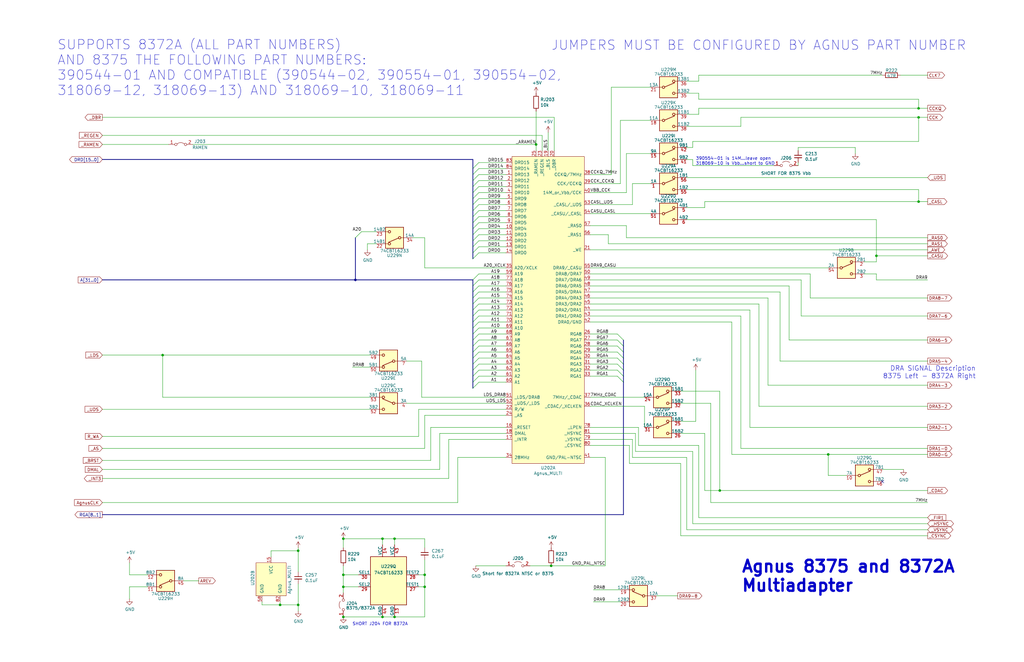
<source format=kicad_sch>
(kicad_sch (version 20231120) (generator "eeschema") (generator_version "8.0")
  (paper "B")
  (title_block (title "AMIGA PCI") (date "2025-01-10") (rev "5.0"))
  (junction (at 149.86 118.11))
  (junction (at 125.73 255.27))
  (junction (at 166.37 260.35))
  (junction (at 144.78 260.35))
  (junction (at 144.78 227.33))
  (junction (at 118.11 255.27))
  (junction (at 349.25 191.77))
  (junction (at 144.78 242.57))
  (junction (at 226.06 60.96))
  (junction (at 179.07 242.57))
  (junction (at 369.57 107.95))
  (junction (at 144.78 247.65))
  (junction (at 387.35 49.53))
  (junction (at 232.41 238.76))
  (junction (at 387.35 85.09))
  (junction (at 166.37 227.33))
  (junction (at 161.29 260.35))
  (junction (at 303.53 207.01))
  (junction (at 125.73 232.41))
  (junction (at 68.58 149.86))
  (junction (at 161.29 227.33))
  (junction (at 179.07 247.65))
  (junction (at 387.35 45.72))
  (no_connect (at 372.11 203.2))
  (bus_entry (at 201.93 86.36) (size -2.54 2.54))
  (bus_entry (at 201.93 68.58) (size -2.54 2.54))
  (bus_entry (at 260.35 146.05) (size 2.54 2.54))
  (bus_entry (at 201.93 78.74) (size -2.54 2.54))
  (bus_entry (at 201.93 128.27) (size -2.54 2.54))
  (bus_entry (at 201.93 156.21) (size -2.54 2.54))
  (bus_entry (at 201.93 123.19) (size -2.54 2.54))
  (bus_entry (at 260.35 151.13) (size 2.54 2.54))
  (bus_entry (at 260.35 140.97) (size 2.54 2.54))
  (bus_entry (at 260.35 143.51) (size 2.54 2.54))
  (bus_entry (at 201.93 118.11) (size -2.54 2.54))
  (bus_entry (at 260.35 156.21) (size 2.54 2.54))
  (bus_entry (at 260.35 158.75) (size 2.54 2.54))
  (bus_entry (at 201.93 133.35) (size -2.54 2.54))
  (bus_entry (at 201.93 161.29) (size -2.54 2.54))
  (bus_entry (at 201.93 120.65) (size -2.54 2.54))
  (bus_entry (at 201.93 158.75) (size -2.54 2.54))
  (bus_entry (at 201.93 138.43) (size -2.54 2.54))
  (bus_entry (at 201.93 148.59) (size -2.54 2.54))
  (bus_entry (at 201.93 106.68) (size -2.54 2.54))
  (bus_entry (at 201.93 101.6) (size -2.54 2.54))
  (bus_entry (at 201.93 71.12) (size -2.54 2.54))
  (bus_entry (at 201.93 76.2) (size -2.54 2.54))
  (bus_entry (at 201.93 96.52) (size -2.54 2.54))
  (bus_entry (at 201.93 130.81) (size -2.54 2.54))
  (bus_entry (at 201.93 115.57) (size -2.54 2.54))
  (bus_entry (at 201.93 104.14) (size -2.54 2.54))
  (bus_entry (at 201.93 151.13) (size -2.54 2.54))
  (bus_entry (at 201.93 73.66) (size -2.54 2.54))
  (bus_entry (at 201.93 140.97) (size -2.54 2.54))
  (bus_entry (at 201.93 81.28) (size -2.54 2.54))
  (bus_entry (at 260.35 153.67) (size 2.54 2.54))
  (bus_entry (at 260.35 148.59) (size 2.54 2.54))
  (bus_entry (at 201.93 99.06) (size -2.54 2.54))
  (bus_entry (at 152.4 97.79) (size -2.54 2.54))
  (bus_entry (at 201.93 146.05) (size -2.54 2.54))
  (bus_entry (at 201.93 83.82) (size -2.54 2.54))
  (bus_entry (at 201.93 91.44) (size -2.54 2.54))
  (bus_entry (at 201.93 143.51) (size -2.54 2.54))
  (bus_entry (at 201.93 153.67) (size -2.54 2.54))
  (bus_entry (at 201.93 125.73) (size -2.54 2.54))
  (bus_entry (at 201.93 135.89) (size -2.54 2.54))
  (bus_entry (at 201.93 88.9) (size -2.54 2.54))
  (bus_entry (at 201.93 93.98) (size -2.54 2.54))
  (wire (pts (xy 294.64 187.96) (xy 294.64 218.44)))
  (wire (pts (xy 179.07 189.23) (xy 43.18 189.23)))
  (wire (pts (xy 248.92 182.88) (xy 267.97 182.88)))
  (wire (pts (xy 179.07 247.65) (xy 179.07 242.57)))
  (wire (pts (xy 125.73 232.41) (xy 125.73 231.14)))
  (wire (pts (xy 177.8 152.4) (xy 171.45 152.4)))
  (bus (pts (xy 199.39 78.74) (xy 199.39 81.28)))
  (wire (pts (xy 248.92 125.73) (xy 323.85 125.73)))
  (wire (pts (xy 312.42 189.23) (xy 312.42 133.35)))
  (wire (pts (xy 54.61 247.65) (xy 54.61 252.73)))
  (wire (pts (xy 271.78 171.45) (xy 248.92 171.45)))
  (bus (pts (xy 199.39 96.52) (xy 199.39 99.06)))
  (wire (pts (xy 213.36 135.89) (xy 201.93 135.89)))
  (wire (pts (xy 257.81 73.66) (xy 257.81 36.83)))
  (wire (pts (xy 248.92 95.25) (xy 264.16 95.25)))
  (wire (pts (xy 176.53 242.57) (xy 179.07 242.57)))
  (wire (pts (xy 248.92 86.36) (xy 266.7 86.36)))
  (wire (pts (xy 213.36 99.06) (xy 201.93 99.06)))
  (wire (pts (xy 213.36 167.64) (xy 177.8 167.64)))
  (wire (pts (xy 114.3 232.41) (xy 114.3 234.95)))
  (wire (pts (xy 125.73 246.38) (xy 125.73 255.27)))
  (wire (pts (xy 114.3 232.41) (xy 125.73 232.41)))
  (wire (pts (xy 248.92 133.35) (xy 312.42 133.35)))
  (wire (pts (xy 213.36 153.67) (xy 201.93 153.67)))
  (wire (pts (xy 213.36 120.65) (xy 201.93 120.65)))
  (wire (pts (xy 323.85 162.56) (xy 391.16 162.56)))
  (wire (pts (xy 297.18 87.63) (xy 297.18 85.09)))
  (wire (pts (xy 166.37 229.87) (xy 166.37 227.33)))
  (wire (pts (xy 387.35 80.01) (xy 387.35 85.09)))
  (wire (pts (xy 213.36 68.58) (xy 201.93 68.58)))
  (bus (pts (xy 199.39 86.36) (xy 199.39 88.9)))
  (wire (pts (xy 213.36 118.11) (xy 201.93 118.11)))
  (wire (pts (xy 248.92 81.28) (xy 264.16 81.28)))
  (bus (pts (xy 199.39 158.75) (xy 199.39 161.29)))
  (wire (pts (xy 213.36 96.52) (xy 201.93 96.52)))
  (wire (pts (xy 179.07 227.33) (xy 166.37 227.33)))
  (bus (pts (xy 262.89 217.17) (xy 43.18 217.17)))
  (wire (pts (xy 271.78 180.34) (xy 271.78 171.45)))
  (wire (pts (xy 391.16 125.73) (xy 341.63 125.73)))
  (wire (pts (xy 213.36 172.72) (xy 176.53 172.72)))
  (wire (pts (xy 320.04 171.45) (xy 320.04 128.27)))
  (bus (pts (xy 199.39 106.68) (xy 199.39 109.22)))
  (wire (pts (xy 213.36 115.57) (xy 201.93 115.57)))
  (wire (pts (xy 332.74 120.65) (xy 332.74 143.51)))
  (wire (pts (xy 299.72 212.09) (xy 391.16 212.09)))
  (wire (pts (xy 144.78 260.35) (xy 161.29 260.35)))
  (wire (pts (xy 336.55 68.58) (xy 336.55 69.85)))
  (wire (pts (xy 269.24 187.96) (xy 294.64 187.96)))
  (wire (pts (xy 179.07 113.03) (xy 213.36 113.03)))
  (wire (pts (xy 248.92 135.89) (xy 308.61 135.89)))
  (wire (pts (xy 266.7 77.47) (xy 274.32 77.47)))
  (wire (pts (xy 391.16 189.23) (xy 312.42 189.23)))
  (wire (pts (xy 360.68 64.77) (xy 360.68 62.23)))
  (wire (pts (xy 248.92 90.17) (xy 274.32 90.17)))
  (wire (pts (xy 391.16 152.4) (xy 328.93 152.4)))
  (wire (pts (xy 151.13 247.65) (xy 144.78 247.65)))
  (wire (pts (xy 292.1 62.23) (xy 292.1 59.69)))
  (wire (pts (xy 294.64 31.75) (xy 372.11 31.75)))
  (wire (pts (xy 292.1 59.69) (xy 387.35 59.69)))
  (wire (pts (xy 369.57 118.11) (xy 391.16 118.11)))
  (wire (pts (xy 293.37 156.21) (xy 293.37 177.8)))
  (wire (pts (xy 248.92 128.27) (xy 320.04 128.27)))
  (wire (pts (xy 294.64 39.37) (xy 294.64 41.91)))
  (wire (pts (xy 387.35 59.69) (xy 387.35 49.53)))
  (wire (pts (xy 372.11 198.12) (xy 381 198.12)))
  (wire (pts (xy 189.23 201.93) (xy 43.18 201.93)))
  (wire (pts (xy 213.36 182.88) (xy 185.42 182.88)))
  (wire (pts (xy 326.39 69.85) (xy 292.1 69.85)))
  (wire (pts (xy 176.53 172.72) (xy 176.53 184.15)))
  (wire (pts (xy 248.92 143.51) (xy 260.35 143.51)))
  (wire (pts (xy 387.35 45.72) (xy 391.16 45.72)))
  (wire (pts (xy 248.92 185.42) (xy 266.7 185.42)))
  (wire (pts (xy 181.61 194.31) (xy 43.18 194.31)))
  (wire (pts (xy 233.68 63.5) (xy 233.68 49.53)))
  (wire (pts (xy 161.29 227.33) (xy 144.78 227.33)))
  (wire (pts (xy 303.53 207.01) (xy 297.18 207.01)))
  (wire (pts (xy 213.36 93.98) (xy 201.93 93.98)))
  (wire (pts (xy 248.92 167.64) (xy 271.78 167.64)))
  (wire (pts (xy 294.64 48.26) (xy 294.64 45.72)))
  (wire (pts (xy 77.47 245.11) (xy 83.82 245.11)))
  (bus (pts (xy 199.39 156.21) (xy 199.39 158.75)))
  (wire (pts (xy 255.27 238.76) (xy 232.41 238.76)))
  (wire (pts (xy 181.61 180.34) (xy 181.61 194.31)))
  (wire (pts (xy 110.49 255.27) (xy 110.49 254)))
  (wire (pts (xy 287.02 170.18) (xy 299.72 170.18)))
  (wire (pts (xy 266.7 185.42) (xy 266.7 193.04)))
  (wire (pts (xy 161.29 227.33) (xy 161.29 229.87)))
  (wire (pts (xy 213.36 185.42) (xy 189.23 185.42)))
  (wire (pts (xy 213.36 175.26) (xy 179.07 175.26)))
  (wire (pts (xy 248.92 180.34) (xy 269.24 180.34)))
  (wire (pts (xy 213.36 148.59) (xy 201.93 148.59)))
  (wire (pts (xy 213.36 193.04) (xy 193.04 193.04)))
  (wire (pts (xy 369.57 115.57) (xy 369.57 118.11)))
  (bus (pts (xy 262.89 156.21) (xy 262.89 158.75)))
  (wire (pts (xy 364.49 110.49) (xy 369.57 110.49)))
  (wire (pts (xy 179.07 175.26) (xy 179.07 189.23)))
  (wire (pts (xy 289.56 34.29) (xy 294.64 34.29)))
  (wire (pts (xy 144.78 227.33) (xy 144.78 231.14)))
  (bus (pts (xy 199.39 88.9) (xy 199.39 91.44)))
  (wire (pts (xy 144.78 247.65) (xy 144.78 250.19)))
  (wire (pts (xy 54.61 237.49) (xy 54.61 242.57)))
  (bus (pts (xy 199.39 101.6) (xy 199.39 104.14)))
  (wire (pts (xy 266.7 193.04) (xy 289.56 193.04)))
  (wire (pts (xy 248.92 77.47) (xy 261.62 77.47)))
  (wire (pts (xy 213.36 130.81) (xy 201.93 130.81)))
  (wire (pts (xy 173.99 100.33) (xy 179.07 100.33)))
  (wire (pts (xy 248.92 148.59) (xy 260.35 148.59)))
  (wire (pts (xy 213.36 125.73) (xy 201.93 125.73)))
  (wire (pts (xy 156.21 154.94) (xy 148.59 154.94)))
  (wire (pts (xy 297.18 85.09) (xy 387.35 85.09)))
  (bus (pts (xy 199.39 161.29) (xy 199.39 163.83)))
  (wire (pts (xy 213.36 180.34) (xy 181.61 180.34)))
  (wire (pts (xy 264.16 81.28) (xy 264.16 64.77)))
  (bus (pts (xy 199.39 118.11) (xy 149.86 118.11)))
  (wire (pts (xy 248.92 193.04) (xy 255.27 193.04)))
  (wire (pts (xy 125.73 255.27) (xy 125.73 257.81)))
  (wire (pts (xy 287.02 182.88) (xy 297.18 182.88)))
  (wire (pts (xy 228.6 63.5) (xy 228.6 57.15)))
  (wire (pts (xy 312.42 49.53) (xy 387.35 49.53)))
  (wire (pts (xy 294.64 34.29) (xy 294.64 31.75)))
  (bus (pts (xy 199.39 118.11) (xy 199.39 120.65)))
  (wire (pts (xy 336.55 62.23) (xy 360.68 62.23)))
  (wire (pts (xy 179.07 260.35) (xy 179.07 247.65)))
  (wire (pts (xy 266.7 86.36) (xy 266.7 77.47)))
  (wire (pts (xy 144.78 247.65) (xy 144.78 242.57)))
  (wire (pts (xy 166.37 260.35) (xy 161.29 260.35)))
  (wire (pts (xy 303.53 207.01) (xy 391.16 207.01)))
  (wire (pts (xy 213.36 238.76) (xy 200.66 238.76)))
  (wire (pts (xy 289.56 92.71) (xy 369.57 92.71)))
  (bus (pts (xy 262.89 158.75) (xy 262.89 161.29)))
  (wire (pts (xy 264.16 100.33) (xy 391.16 100.33)))
  (wire (pts (xy 328.93 152.4) (xy 328.93 123.19)))
  (wire (pts (xy 297.18 182.88) (xy 297.18 207.01)))
  (wire (pts (xy 118.11 255.27) (xy 118.11 254)))
  (wire (pts (xy 303.53 165.1) (xy 303.53 207.01)))
  (wire (pts (xy 276.86 251.46) (xy 285.75 251.46)))
  (bus (pts (xy 262.89 153.67) (xy 262.89 156.21)))
  (wire (pts (xy 166.37 260.35) (xy 179.07 260.35)))
  (wire (pts (xy 193.04 193.04) (xy 193.04 212.09)))
  (wire (pts (xy 289.56 193.04) (xy 289.56 223.52)))
  (wire (pts (xy 287.02 226.06) (xy 391.16 226.06)))
  (wire (pts (xy 43.18 57.15) (xy 228.6 57.15)))
  (wire (pts (xy 213.36 128.27) (xy 201.93 128.27)))
  (wire (pts (xy 349.25 200.66) (xy 349.25 191.77)))
  (wire (pts (xy 316.23 180.34) (xy 391.16 180.34)))
  (wire (pts (xy 213.36 170.18) (xy 171.45 170.18)))
  (wire (pts (xy 189.23 185.42) (xy 189.23 201.93)))
  (wire (pts (xy 349.25 191.77) (xy 391.16 191.77)))
  (wire (pts (xy 226.06 46.99) (xy 226.06 60.96)))
  (wire (pts (xy 256.54 102.87) (xy 256.54 99.06)))
  (wire (pts (xy 292.1 67.31) (xy 292.1 69.85)))
  (wire (pts (xy 356.87 200.66) (xy 349.25 200.66)))
  (wire (pts (xy 312.42 53.34) (xy 312.42 49.53)))
  (wire (pts (xy 248.92 123.19) (xy 328.93 123.19)))
  (bus (pts (xy 199.39 130.81) (xy 199.39 133.35)))
  (bus (pts (xy 199.39 140.97) (xy 199.39 143.51)))
  (wire (pts (xy 261.62 248.92) (xy 250.19 248.92)))
  (bus (pts (xy 199.39 120.65) (xy 199.39 123.19)))
  (wire (pts (xy 257.81 36.83) (xy 274.32 36.83)))
  (bus (pts (xy 262.89 151.13) (xy 262.89 153.67)))
  (wire (pts (xy 387.35 49.53) (xy 391.16 49.53)))
  (bus (pts (xy 199.39 153.67) (xy 199.39 156.21)))
  (wire (pts (xy 179.07 231.14) (xy 179.07 227.33)))
  (wire (pts (xy 264.16 95.25) (xy 264.16 100.33)))
  (bus (pts (xy 199.39 71.12) (xy 199.39 73.66)))
  (bus (pts (xy 199.39 135.89) (xy 199.39 138.43)))
  (wire (pts (xy 391.16 133.35) (xy 337.82 133.35)))
  (wire (pts (xy 177.8 167.64) (xy 177.8 152.4)))
  (wire (pts (xy 289.56 48.26) (xy 294.64 48.26)))
  (wire (pts (xy 213.36 123.19) (xy 201.93 123.19)))
  (wire (pts (xy 248.92 187.96) (xy 265.43 187.96)))
  (wire (pts (xy 179.07 100.33) (xy 179.07 113.03)))
  (wire (pts (xy 265.43 195.58) (xy 287.02 195.58)))
  (wire (pts (xy 248.92 105.41) (xy 391.16 105.41)))
  (wire (pts (xy 256.54 102.87) (xy 391.16 102.87)))
  (wire (pts (xy 265.43 187.96) (xy 265.43 195.58)))
  (wire (pts (xy 152.4 97.79) (xy 158.75 97.79)))
  (wire (pts (xy 289.56 87.63) (xy 297.18 87.63)))
  (bus (pts (xy 199.39 143.51) (xy 199.39 146.05)))
  (bus (pts (xy 199.39 81.28) (xy 199.39 83.82)))
  (wire (pts (xy 267.97 190.5) (xy 292.1 190.5)))
  (wire (pts (xy 264.16 64.77) (xy 274.32 64.77)))
  (wire (pts (xy 154.94 102.87) (xy 158.75 102.87)))
  (wire (pts (xy 62.23 242.57) (xy 54.61 242.57)))
  (wire (pts (xy 287.02 177.8) (xy 293.37 177.8)))
  (wire (pts (xy 118.11 255.27) (xy 125.73 255.27)))
  (wire (pts (xy 179.07 242.57) (xy 179.07 236.22)))
  (wire (pts (xy 289.56 80.01) (xy 387.35 80.01)))
  (wire (pts (xy 289.56 53.34) (xy 312.42 53.34)))
  (bus (pts (xy 262.89 146.05) (xy 262.89 148.59)))
  (wire (pts (xy 233.68 49.53) (xy 43.18 49.53)))
  (wire (pts (xy 379.73 31.75) (xy 391.16 31.75)))
  (wire (pts (xy 341.63 125.73) (xy 341.63 115.57)))
  (wire (pts (xy 294.64 41.91) (xy 387.35 41.91)))
  (wire (pts (xy 299.72 170.18) (xy 299.72 212.09)))
  (bus (pts (xy 199.39 123.19) (xy 199.39 125.73)))
  (wire (pts (xy 308.61 191.77) (xy 349.25 191.77)))
  (wire (pts (xy 110.49 255.27) (xy 118.11 255.27)))
  (wire (pts (xy 213.36 76.2) (xy 201.93 76.2)))
  (bus (pts (xy 199.39 67.31) (xy 199.39 71.12)))
  (bus (pts (xy 199.39 128.27) (xy 199.39 130.81)))
  (wire (pts (xy 213.36 104.14) (xy 201.93 104.14)))
  (wire (pts (xy 71.12 60.96) (xy 43.18 60.96)))
  (wire (pts (xy 294.64 45.72) (xy 387.35 45.72)))
  (wire (pts (xy 289.56 223.52) (xy 391.16 223.52)))
  (wire (pts (xy 289.56 39.37) (xy 294.64 39.37)))
  (wire (pts (xy 369.57 92.71) (xy 369.57 107.95)))
  (wire (pts (xy 337.82 133.35) (xy 337.82 118.11)))
  (wire (pts (xy 213.36 138.43) (xy 201.93 138.43)))
  (wire (pts (xy 213.36 88.9) (xy 201.93 88.9)))
  (bus (pts (xy 43.18 118.11) (xy 149.86 118.11)))
  (bus (pts (xy 199.39 91.44) (xy 199.39 93.98)))
  (wire (pts (xy 248.92 113.03) (xy 349.25 113.03)))
  (wire (pts (xy 213.36 73.66) (xy 201.93 73.66)))
  (wire (pts (xy 248.92 151.13) (xy 260.35 151.13)))
  (wire (pts (xy 248.92 120.65) (xy 332.74 120.65)))
  (wire (pts (xy 336.55 62.23) (xy 336.55 63.5)))
  (wire (pts (xy 68.58 149.86) (xy 156.21 149.86)))
  (wire (pts (xy 213.36 158.75) (xy 201.93 158.75)))
  (wire (pts (xy 248.92 115.57) (xy 341.63 115.57)))
  (wire (pts (xy 387.35 41.91) (xy 387.35 45.72)))
  (wire (pts (xy 369.57 110.49) (xy 369.57 107.95)))
  (wire (pts (xy 68.58 167.64) (xy 156.21 167.64)))
  (wire (pts (xy 213.36 143.51) (xy 201.93 143.51)))
  (wire (pts (xy 231.14 63.5) (xy 231.14 55.88)))
  (wire (pts (xy 144.78 238.76) (xy 144.78 242.57)))
  (wire (pts (xy 213.36 81.28) (xy 201.93 81.28)))
  (wire (pts (xy 369.57 107.95) (xy 391.16 107.95)))
  (wire (pts (xy 292.1 220.98) (xy 391.16 220.98)))
  (bus (pts (xy 199.39 104.14) (xy 199.39 106.68)))
  (wire (pts (xy 269.24 180.34) (xy 269.24 187.96)))
  (wire (pts (xy 213.36 91.44) (xy 201.93 91.44)))
  (wire (pts (xy 68.58 149.86) (xy 68.58 167.64)))
  (wire (pts (xy 248.92 140.97) (xy 260.35 140.97)))
  (bus (pts (xy 199.39 133.35) (xy 199.39 135.89)))
  (wire (pts (xy 364.49 115.57) (xy 369.57 115.57)))
  (bus (pts (xy 199.39 125.73) (xy 199.39 128.27)))
  (wire (pts (xy 294.64 218.44) (xy 391.16 218.44)))
  (bus (pts (xy 199.39 138.43) (xy 199.39 140.97)))
  (wire (pts (xy 248.92 153.67) (xy 260.35 153.67)))
  (wire (pts (xy 213.36 156.21) (xy 201.93 156.21)))
  (bus (pts (xy 199.39 151.13) (xy 199.39 153.67)))
  (wire (pts (xy 213.36 161.29) (xy 201.93 161.29)))
  (wire (pts (xy 213.36 83.82) (xy 201.93 83.82)))
  (wire (pts (xy 248.92 130.81) (xy 316.23 130.81)))
  (wire (pts (xy 213.36 78.74) (xy 201.93 78.74)))
  (wire (pts (xy 287.02 165.1) (xy 303.53 165.1)))
  (bus (pts (xy 199.39 146.05) (xy 199.39 148.59)))
  (wire (pts (xy 248.92 146.05) (xy 260.35 146.05)))
  (wire (pts (xy 176.53 184.15) (xy 43.18 184.15)))
  (wire (pts (xy 213.36 86.36) (xy 201.93 86.36)))
  (wire (pts (xy 267.97 182.88) (xy 267.97 190.5)))
  (wire (pts (xy 256.54 99.06) (xy 248.92 99.06)))
  (bus (pts (xy 262.89 161.29) (xy 262.89 217.17)))
  (wire (pts (xy 308.61 191.77) (xy 308.61 135.89)))
  (wire (pts (xy 261.62 254) (xy 250.19 254)))
  (wire (pts (xy 232.41 238.76) (xy 223.52 238.76)))
  (bus (pts (xy 199.39 73.66) (xy 199.39 76.2)))
  (wire (pts (xy 154.94 102.87) (xy 154.94 105.41)))
  (wire (pts (xy 125.73 232.41) (xy 125.73 241.3)))
  (bus (pts (xy 199.39 148.59) (xy 199.39 151.13)))
  (wire (pts (xy 213.36 146.05) (xy 201.93 146.05)))
  (wire (pts (xy 62.23 247.65) (xy 54.61 247.65)))
  (wire (pts (xy 213.36 151.13) (xy 201.93 151.13)))
  (wire (pts (xy 213.36 133.35) (xy 201.93 133.35)))
  (bus (pts (xy 149.86 100.33) (xy 149.86 118.11)))
  (wire (pts (xy 43.18 149.86) (xy 68.58 149.86)))
  (wire (pts (xy 289.56 62.23) (xy 292.1 62.23)))
  (bus (pts (xy 262.89 148.59) (xy 262.89 151.13)))
  (wire (pts (xy 323.85 162.56) (xy 323.85 125.73)))
  (wire (pts (xy 316.23 130.81) (xy 316.23 180.34)))
  (bus (pts (xy 199.39 99.06) (xy 199.39 101.6)))
  (wire (pts (xy 332.74 143.51) (xy 391.16 143.51)))
  (wire (pts (xy 289.56 74.93) (xy 391.16 74.93)))
  (wire (pts (xy 387.35 85.09) (xy 391.16 85.09)))
  (wire (pts (xy 176.53 247.65) (xy 179.07 247.65)))
  (wire (pts (xy 391.16 171.45) (xy 320.04 171.45)))
  (wire (pts (xy 185.42 198.12) (xy 43.18 198.12)))
  (wire (pts (xy 261.62 50.8) (xy 274.32 50.8)))
  (wire (pts (xy 213.36 106.68) (xy 201.93 106.68)))
  (wire (pts (xy 248.92 73.66) (xy 257.81 73.66)))
  (wire (pts (xy 248.92 158.75) (xy 260.35 158.75)))
  (wire (pts (xy 255.27 193.04) (xy 255.27 238.76)))
  (wire (pts (xy 43.18 172.72) (xy 156.21 172.72)))
  (wire (pts (xy 213.36 140.97) (xy 201.93 140.97)))
  (bus (pts (xy 43.18 67.31) (xy 199.39 67.31)))
  (wire (pts (xy 261.62 77.47) (xy 261.62 50.8)))
  (wire (pts (xy 248.92 156.21) (xy 260.35 156.21)))
  (wire (pts (xy 226.06 60.96) (xy 81.28 60.96)))
  (wire (pts (xy 213.36 71.12) (xy 201.93 71.12)))
  (wire (pts (xy 226.06 63.5) (xy 226.06 60.96)))
  (wire (pts (xy 144.78 242.57) (xy 151.13 242.57)))
  (wire (pts (xy 292.1 190.5) (xy 292.1 220.98)))
  (bus (pts (xy 262.89 143.51) (xy 262.89 146.05)))
  (wire (pts (xy 213.36 101.6) (xy 201.93 101.6)))
  (wire (pts (xy 166.37 227.33) (xy 161.29 227.33)))
  (wire (pts (xy 287.02 195.58) (xy 287.02 226.06)))
  (bus (pts (xy 199.39 93.98) (xy 199.39 96.52)))
  (wire (pts (xy 289.56 67.31) (xy 292.1 67.31)))
  (bus (pts (xy 199.39 76.2) (xy 199.39 78.74)))
  (wire (pts (xy 185.42 182.88) (xy 185.42 198.12)))
  (wire (pts (xy 43.18 212.09) (xy 193.04 212.09)))
  (wire (pts (xy 248.92 118.11) (xy 337.82 118.11)))
  (bus (pts (xy 199.39 83.82) (xy 199.39 86.36)))
  (text "SHORT J204 FOR 8372A" (at 148.59 264.16 0) (effects (font (size 1.27 1.27)) (justify left bottom)))
  (text "DRA SIGNAL Description\n8375 Left - 8372A Right" (at 411.48 160.02 0) (effects (font (size 2.0066 2.0066)) (justify right bottom)))
  (text "Agnus 8375 and 8372A\nMultiadapter" (at 312.42 250.19 0) (effects (font (size 5.0038 5.0038) (thickness 1.0008) (bold yes)) (justify left bottom)))
  (text "JUMPERS MUST BE CONFIGURED BY AGNUS PART NUMBER" (at 232.41 21.59 0) (effects (font (size 3.9878 3.9878)) (justify left bottom)))
  (text "SUPPORTS 8372A (ALL PART NUMBERS)\nAND 8375 THE FOLLOWING PART NUMBERS:\n390544-01 AND COMPATIBLE (390544-02, 390554-01, 390554-02, \n318069-12, 318069-13) AND 318069-10, 318069-11" (at 24.13 40.64 0) (effects (font (size 3.9878 3.9878)) (justify left bottom)))
  (text "390554-01 is 14M...leave open\n318069-10 is Vbb...short to GND" (at 293.37 69.85 0) (effects (font (size 1.2954 1.2954)) (justify left bottom)))
  (label "RGA7" (at 251.46 143.51 0) (effects (font (size 1.2954 1.2954))))
  (label "CCK_CCKQ" (at 248.92 77.47 0))
  (label "A16" (at 207.01 123.19 0) (effects (font (size 1.2954 1.2954))))
  (label "DRA8" (at 250.19 248.92 0))
  (label "7MHz" (at 391.16 212.09 180))
  (label "A19" (at 207.01 115.57 0) (effects (font (size 1.2954 1.2954))))
  (label "DRA8" (at 148.59 154.94 0))
  (label "DRA9" (at 250.19 254 0))
  (label "A17" (at 207.01 120.65 0) (effects (font (size 1.2954 1.2954))))
  (label "DRA9_CASU" (at 248.92 113.03 0))
  (label "A1" (at 207.01 161.29 0) (effects (font (size 1.2954 1.2954))))
  (label "A9" (at 207.01 140.97 0) (effects (font (size 1.2954 1.2954))))
  (label "A20_XCLK" (at 213.36 113.03 180))
  (label "A12" (at 207.01 133.35 0) (effects (font (size 1.2954 1.2954))))
  (label "CDAC_XCLKEN" (at 248.92 171.45 0))
  (label "DRD9" (at 205.74 83.82 0) (effects (font (size 1.2954 1.2954))))
  (label "A8" (at 207.01 143.51 0) (effects (font (size 1.2954 1.2954))))
  (label "A5" (at 207.01 151.13 0) (effects (font (size 1.2954 1.2954))))
  (label "LDS_DRA8" (at 213.36 167.64 180))
  (label "DRD10" (at 205.74 81.28 0) (effects (font (size 1.2954 1.2954))))
  (label "DRD15" (at 205.74 68.58 0) (effects (font (size 1.2954 1.2954))))
  (label "RGA2" (at 251.46 156.21 0) (effects (font (size 1.2954 1.2954))))
  (label "DRD13" (at 205.74 73.66 0) (effects (font (size 1.2954 1.2954))))
  (label "A13" (at 207.01 130.81 0) (effects (font (size 1.2954 1.2954))))
  (label "_BLS" (at 231.14 63.5 90))
  (label "DRD3" (at 205.74 99.06 0) (effects (font (size 1.2954 1.2954))))
  (label "A2" (at 207.01 158.75 0) (effects (font (size 1.2954 1.2954))))
  (label "RGA1" (at 251.46 158.75 0) (effects (font (size 1.2954 1.2954))))
  (label "DRA9" (at 391.16 118.11 180))
  (label "CCKQ_7MHz" (at 248.92 73.66 0))
  (label "CASU_CASL" (at 248.92 90.17 0))
  (label "7MHz" (at 372.11 31.75 180))
  (label "DRD1" (at 205.74 104.14 0) (effects (font (size 1.2954 1.2954))))
  (label "VBB_CCK" (at 248.92 81.28 0))
  (label "DRD6" (at 205.74 91.44 0) (effects (font (size 1.2954 1.2954))))
  (label "DRD14" (at 205.74 71.12 0) (effects (font (size 1.2954 1.2954))))
  (label "A6" (at 207.01 148.59 0) (effects (font (size 1.2954 1.2954))))
  (label "RGA6" (at 251.46 146.05 0) (effects (font (size 1.2954 1.2954))))
  (label "DRD11" (at 205.74 78.74 0) (effects (font (size 1.2954 1.2954))))
  (label "DRD2" (at 205.74 101.6 0) (effects (font (size 1.2954 1.2954))))
  (label "A7" (at 207.01 146.05 0) (effects (font (size 1.2954 1.2954))))
  (label "DRD4" (at 205.74 96.52 0) (effects (font (size 1.2954 1.2954))))
  (label "A4" (at 207.01 153.67 0) (effects (font (size 1.2954 1.2954))))
  (label "A20" (at 152.4 97.79 180) (effects (font (size 1.2954 1.2954))))
  (label "A15" (at 207.01 125.73 0) (effects (font (size 1.2954 1.2954))))
  (label "A10" (at 207.01 138.43 0) (effects (font (size 1.2954 1.2954))))
  (label "RGA8" (at 251.46 140.97 0) (effects (font (size 1.2954 1.2954))))
  (label "RGA4" (at 251.46 151.13 0) (effects (font (size 1.2954 1.2954))))
  (label "A18" (at 207.01 118.11 0) (effects (font (size 1.2954 1.2954))))
  (label "DRD12" (at 205.74 76.2 0) (effects (font (size 1.2954 1.2954))))
  (label "RGA3" (at 251.46 153.67 0) (effects (font (size 1.2954 1.2954))))
  (label "_ARAMEN" (at 226.06 60.96 180))
  (label "A3" (at 207.01 156.21 0) (effects (font (size 1.2954 1.2954))))
  (label "UDS_LDS" (at 213.36 170.18 180))
  (label "DRD7" (at 205.74 88.9 0) (effects (font (size 1.2954 1.2954))))
  (label "CASL_UDS" (at 248.92 86.36 0))
  (label "A14" (at 207.01 128.27 0) (effects (font (size 1.2954 1.2954))))
  (label "GND_PAL_NTSC" (at 255.27 238.76 180))
  (label "7MHz_CDAC" (at 248.92 167.64 0))
  (label "DRD5" (at 205.74 93.98 0) (effects (font (size 1.2954 1.2954))))
  (label "RGA5" (at 251.46 148.59 0) (effects (font (size 1.2954 1.2954))))
  (label "DRD0" (at 205.74 106.68 0) (effects (font (size 1.2954 1.2954))))
  (label "A11" (at 207.01 135.89 0) (effects (font (size 1.2954 1.2954))))
  (label "DRD8" (at 205.74 86.36 0) (effects (font (size 1.2954 1.2954))))
  (global_label "RGA[8..1]" (shape output) (at 43.18 217.17 180) (effects (font (size 1.2954 1.2954))) (property "Intersheetrefs" "${INTERSHEET_REFS}" (at 31.0871 217.17 0) (effects (justify right))))
  (global_label "DRA9-8" (shape output) (at 285.75 251.46 0) (effects (font (size 1.2954 1.2954))) (property "Intersheetrefs" "${INTERSHEET_REFS}" (at 296.4857 251.46 0) (effects (justify left))))
  (global_label "_VSYNC" (shape bidirectional) (at 391.16 223.52 0) (effects (font (size 1.2954 1.2954))) (property "Intersheetrefs" "${INTERSHEET_REFS}" (at 402.3507 223.52 0) (effects (justify left))))
  (global_label "DRD[15..0]" (shape bidirectional) (at 43.18 67.31 180) (property "Intersheetrefs" "${INTERSHEET_REFS}" (at 28.8214 67.31 0) (effects (justify right))))
  (global_label "_LDS" (shape input) (at 43.18 149.86 180) (effects (font (size 1.2954 1.2954))) (property "Intersheetrefs" "${INTERSHEET_REFS}" (at 35.6518 149.86 0) (effects (justify right))))
  (global_label "DRA0-G" (shape output) (at 391.16 191.77 0) (effects (font (size 1.2954 1.2954))) (property "Intersheetrefs" "${INTERSHEET_REFS}" (at 401.9574 191.77 0) (effects (justify left))))
  (global_label "A[31..0]" (shape input) (at 43.18 118.11 180) (effects (font (size 1.2954 1.2954))) (property "Intersheetrefs" "${INTERSHEET_REFS}" (at 32.4442 118.11 0) (effects (justify right))))
  (global_label "_UDS" (shape input) (at 43.18 172.72 180) (effects (font (size 1.2954 1.2954))) (property "Intersheetrefs" "${INTERSHEET_REFS}" (at 35.3434 172.72 0) (effects (justify right))))
  (global_label "_CSYNC" (shape output) (at 391.16 226.06 0) (effects (font (size 1.2954 1.2954))) (property "Intersheetrefs" "${INTERSHEET_REFS}" (at 401.4023 226.06 0) (effects (justify left))))
  (global_label "_UDS" (shape input) (at 391.16 74.93 0) (effects (font (size 1.2954 1.2954))) (property "Intersheetrefs" "${INTERSHEET_REFS}" (at 398.9966 74.93 0) (effects (justify left))))
  (global_label "AREV" (shape output) (at 83.82 245.11 0) (property "Intersheetrefs" "${INTERSHEET_REFS}" (at 91.4014 245.11 0) (effects (justify left))))
  (global_label "DMAL" (shape input) (at 43.18 198.12 180) (property "Intersheetrefs" "${INTERSHEET_REFS}" (at 35.4361 198.12 0) (effects (justify right))))
  (global_label "_CDAC" (shape output) (at 391.16 207.01 0) (effects (font (size 1.2954 1.2954))) (property "Intersheetrefs" "${INTERSHEET_REFS}" (at 400.1069 207.01 0) (effects (justify left))))
  (global_label "DRA1-0" (shape output) (at 391.16 189.23 0) (effects (font (size 1.2954 1.2954))) (property "Intersheetrefs" "${INTERSHEET_REFS}" (at 401.8957 189.23 0) (effects (justify left))))
  (global_label "_FIR1" (shape input) (at 391.16 218.44 0) (effects (font (size 1.2954 1.2954))) (property "Intersheetrefs" "${INTERSHEET_REFS}" (at 399.4477 218.44 0) (effects (justify left))))
  (global_label "CCK" (shape output) (at 391.16 49.53 0) (effects (font (size 1.2954 1.2954))) (property "Intersheetrefs" "${INTERSHEET_REFS}" (at 398.0096 49.53 0) (effects (justify left))))
  (global_label "CCKQ" (shape output) (at 391.16 45.72 0) (effects (font (size 1.2954 1.2954))) (property "Intersheetrefs" "${INTERSHEET_REFS}" (at 399.3667 45.72 0) (effects (justify left))))
  (global_label "_RAS1" (shape output) (at 391.16 102.87 0) (effects (font (size 1.2954 1.2954))) (property "Intersheetrefs" "${INTERSHEET_REFS}" (at 399.9835 102.87 0) (effects (justify left))))
  (global_label "R_WA" (shape input) (at 43.18 184.15 180) (property "Intersheetrefs" "${INTERSHEET_REFS}" (at 35.4172 184.15 0) (effects (justify right))))
  (global_label "_CASU" (shape output) (at 391.16 107.95 0) (effects (font (size 1.2954 1.2954))) (property "Intersheetrefs" "${INTERSHEET_REFS}" (at 400.1069 107.95 0) (effects (justify left))))
  (global_label "DRA3-2" (shape output) (at 391.16 171.45 0) (effects (font (size 1.2954 1.2954))) (property "Intersheetrefs" "${INTERSHEET_REFS}" (at 401.8957 171.45 0) (effects (justify left))))
  (global_label "_RAS0" (shape output) (at 391.16 100.33 0) (effects (font (size 1.2954 1.2954))) (property "Intersheetrefs" "${INTERSHEET_REFS}" (at 399.9835 100.33 0) (effects (justify left))))
  (global_label "_CASL" (shape output) (at 391.16 85.09 0) (effects (font (size 1.2954 1.2954))) (property "Intersheetrefs" "${INTERSHEET_REFS}" (at 399.7985 85.09 0) (effects (justify left))))
  (global_label "DRA4-3" (shape output) (at 391.16 162.56 0) (effects (font (size 1.2954 1.2954))) (property "Intersheetrefs" "${INTERSHEET_REFS}" (at 401.8957 162.56 0) (effects (justify left))))
  (global_label "_BRST" (shape input) (at 43.18 194.31 180) (property "Intersheetrefs" "${INTERSHEET_REFS}" (at 34.5101 194.31 0) (effects (justify right))))
  (global_label "_AWE" (shape output) (at 391.16 105.41 0) (effects (font (size 1.2954 1.2954))) (property "Intersheetrefs" "${INTERSHEET_REFS}" (at 398.8732 105.41 0) (effects (justify left))))
  (global_label "_RAMEN" (shape input) (at 43.18 60.96 180) (effects (font (size 1.2954 1.2954))) (property "Intersheetrefs" "${INTERSHEET_REFS}" (at 32.8143 60.96 0) (effects (justify right))))
  (global_label "DRA2-1" (shape output) (at 391.16 180.34 0) (effects (font (size 1.2954 1.2954))) (property "Intersheetrefs" "${INTERSHEET_REFS}" (at 401.8957 180.34 0) (effects (justify left))))
  (global_label "_HSYNC" (shape bidirectional) (at 391.16 220.98 0) (effects (font (size 1.2954 1.2954))) (property "Intersheetrefs" "${INTERSHEET_REFS}" (at 402.5975 220.98 0) (effects (justify left))))
  (global_label "DRA8-7" (shape output) (at 391.16 125.73 0) (effects (font (size 1.2954 1.2954))) (property "Intersheetrefs" "${INTERSHEET_REFS}" (at 401.8957 125.73 0) (effects (justify left))))
  (global_label "CLK7" (shape output) (at 391.16 31.75 0) (property "Intersheetrefs" "${INTERSHEET_REFS}" (at 398.9228 31.75 0) (effects (justify left))))
  (global_label "DRA6-5" (shape output) (at 391.16 143.51 0) (effects (font (size 1.2954 1.2954))) (property "Intersheetrefs" "${INTERSHEET_REFS}" (at 401.8957 143.51 0) (effects (justify left))))
  (global_label "DRA5-4" (shape output) (at 391.16 152.4 0) (effects (font (size 1.2954 1.2954))) (property "Intersheetrefs" "${INTERSHEET_REFS}" (at 401.8957 152.4 0) (effects (justify left))))
  (global_label "_INT3" (shape output) (at 43.18 201.93 180) (effects (font (size 1.2954 1.2954))) (property "Intersheetrefs" "${INTERSHEET_REFS}" (at 35.0349 201.93 0) (effects (justify right))))
  (global_label "_DBR" (shape output) (at 43.18 49.53 180) (effects (font (size 1.2954 1.2954))) (property "Intersheetrefs" "${INTERSHEET_REFS}" (at 35.3434 49.53 0) (effects (justify right))))
  (global_label "_AS" (shape input) (at 43.18 189.23 180) (property "Intersheetrefs" "${INTERSHEET_REFS}" (at 37.0085 189.23 0) (effects (justify right))))
  (global_label "DRA7-6" (shape output) (at 391.16 133.35 0) (effects (font (size 1.2954 1.2954))) (property "Intersheetrefs" "${INTERSHEET_REFS}" (at 401.8957 133.35 0) (effects (justify left))))
  (global_label "AgnusCLK" (shape input) (at 43.18 212.09 180) (effects (font (size 1.2954 1.2954))) (property "Intersheetrefs" "${INTERSHEET_REFS}" (at 30.8211 212.09 0) (effects (justify right))))
  (global_label "_REGEN" (shape input) (at 43.18 57.15 180) (effects (font (size 1.2954 1.2954))) (property "Intersheetrefs" "${INTERSHEET_REFS}" (at 32.9377 57.15 0) (effects (justify right))))
  (symbol (lib_id "Device:R") (at 375.92 31.75 270) (unit 1)
    (property "Reference" "R222" (at 375.92 29.718 90))
    (property "Value" "47R" (at 375.92 32.004 90))
    (property "Footprint" "Resistor_SMD:R_0603_1608Metric" (effects (hide yes)))
    (instances (project "AmigaPCI Mainboard" (path "" (reference "R222") (unit 1))) (project "2000ATX" (path "" (reference "RN907A1") (unit 1))))
  )
  (symbol (lib_id "AmigaPCI-Symbols:74CBT16233") (at 166.37 100.33 180) (unit 14)
    (property "Reference" "U229" (at 166.37 107.7849 0))
    (property "Value" "74CBT16233" (at 166.37 105.8639 0))
    (property "Footprint" "Package_SO:SSOP-56_7.5x18.5mm_P0.635mm" (effects (hide yes)))
    (property "Datasheet" "https://www.ti.com/lit/ds/symlink/sn74cbt16233.pdf?HQS=dis-dk-null-digikeymode-dsf-pf-null-wwe&ts=1686702107606&ref_url=https%253A%252F%252Fwww.ti.com%252Fgeneral%252Fdocs%252Fsuppproductinfo.tsp%253FdistId%253D10%2526gotoUrl%253Dhttps%253A%252F%252Fwww.ti.com%252Flit%252Fgpn%252Fsn74cbt16233" (effects (hide yes)))
    (property "Part Number" "SN74CBT16233DL" (effects (hide yes)))
  )
  (symbol (lib_id "AmigaPCI-Symbols:74CBT16233") (at 281.94 50.8 0) (unit 11)
    (property "Reference" "U229" (at 281.94 43.3451 0))
    (property "Value" "74CBT16233" (at 281.94 45.2661 0))
    (property "Footprint" "Package_SO:SSOP-56_7.5x18.5mm_P0.635mm" (effects (hide yes)))
    (property "Datasheet" "https://www.ti.com/lit/ds/symlink/sn74cbt16233.pdf?HQS=dis-dk-null-digikeymode-dsf-pf-null-wwe&ts=1686702107606&ref_url=https%253A%252F%252Fwww.ti.com%252Fgeneral%252Fdocs%252Fsuppproductinfo.tsp%253FdistId%253D10%2526gotoUrl%253Dhttps%253A%252F%252Fwww.ti.com%252Flit%252Fgpn%252Fsn74cbt16233" (effects (hide yes)))
    (property "Part Number" "SN74CBT16233DL" (effects (hide yes)))
  )
  (symbol (lib_id "power:+5V") (at 293.37 156.21 0) (unit 1)
    (property "Reference" "#PWR016" (effects (hide yes)))
    (property "Value" "+5V" (at 293.751 151.8158 0))
    (instances (project "AmigaPCI Mainboard" (path "" (reference "#PWR016") (unit 1))) (project "2000ATX" (path "" (reference "#PWR0392") (unit 1))))
  )
  (symbol (lib_id "power:+5V") (at 125.73 231.14 0) (unit 1)
    (property "Reference" "#PWR012" (effects (hide yes)))
    (property "Value" "+5V" (at 126.111 226.7458 0))
    (instances (project "AmigaPCI Mainboard" (path "" (reference "#PWR012") (unit 1))) (project "2000ATX" (path "" (reference "#PWR0377") (unit 1))))
  )
  (symbol (lib_id "AmigaPCI-Symbols:Agnus Multiadapter") (at 114.3 243.84 0) (unit 2)
    (property "Reference" "U202" (at 106.553 247.142 90) (effects (justify left)))
    (property "Value" "Agnus_MULTI" (at 122.047 250.698 90) (effects (justify left)))
    (property "Footprint" "Package_LCC:PLCC-84_SMD-Socket" (effects (hide yes)))
    (instances (project "AmigaPCI Mainboard" (path "" (reference "U202") (unit 2))) (project "2000ATX" (path "" (reference "U101") (unit 2)) (path "" (reference "U101") (unit 2))))
  )
  (symbol (lib_id "AmigaPCI-Symbols:74CBT16233") (at 279.4 167.64 0) (unit 15)
    (property "Reference" "U229" (at 279.4 160.1851 0))
    (property "Value" "74CBT16233" (at 279.4 162.1061 0))
    (property "Footprint" "Package_SO:SSOP-56_7.5x18.5mm_P0.635mm" (effects (hide yes)))
    (property "Datasheet" "https://www.ti.com/lit/ds/symlink/sn74cbt16233.pdf?HQS=dis-dk-null-digikeymode-dsf-pf-null-wwe&ts=1686702107606&ref_url=https%253A%252F%252Fwww.ti.com%252Fgeneral%252Fdocs%252Fsuppproductinfo.tsp%253FdistId%253D10%2526gotoUrl%253Dhttps%253A%252F%252Fwww.ti.com%252Flit%252Fgpn%252Fsn74cbt16233" (effects (hide yes)))
    (property "Part Number" "SN74CBT16233DL" (effects (hide yes)))
  )
  (symbol (lib_id "Device:R") (at 226.06 43.18 0) (unit 1)
    (property "Reference" "RJ203" (at 227.838 42.0116 0) (effects (justify left)))
    (property "Value" "10k" (at 227.838 44.323 0) (effects (justify left)))
    (property "Footprint" "Resistor_SMD:R_0603_1608Metric" (effects (hide yes)))
  )
  (symbol (lib_id "AmigaPCI-Symbols:74CBT16233") (at 281.94 90.17 0) (unit 4)
    (property "Reference" "U229" (at 281.94 82.7151 0))
    (property "Value" "74CBT16233" (at 281.94 84.6361 0))
    (property "Footprint" "Package_SO:SSOP-56_7.5x18.5mm_P0.635mm" (effects (hide yes)))
    (property "Datasheet" "https://www.ti.com/lit/ds/symlink/sn74cbt16233.pdf?HQS=dis-dk-null-digikeymode-dsf-pf-null-wwe&ts=1686702107606&ref_url=https%253A%252F%252Fwww.ti.com%252Fgeneral%252Fdocs%252Fsuppproductinfo.tsp%253FdistId%253D10%2526gotoUrl%253Dhttps%253A%252F%252Fwww.ti.com%252Flit%252Fgpn%252Fsn74cbt16233" (effects (hide yes)))
    (property "Part Number" "SN74CBT16233DL" (effects (hide yes)))
  )
  (symbol (lib_id "AmigaPCI-Symbols:74CBT16233") (at 163.83 170.18 0) (mirror y) (unit 3)
    (property "Reference" "U229" (at 163.83 162.7251 0))
    (property "Value" "74CBT16233" (at 163.83 164.6461 0))
    (property "Footprint" "Package_SO:SSOP-56_7.5x18.5mm_P0.635mm" (effects (hide yes)))
    (property "Datasheet" "https://www.ti.com/lit/ds/symlink/sn74cbt16233.pdf?HQS=dis-dk-null-digikeymode-dsf-pf-null-wwe&ts=1686702107606&ref_url=https%253A%252F%252Fwww.ti.com%252Fgeneral%252Fdocs%252Fsuppproductinfo.tsp%253FdistId%253D10%2526gotoUrl%253Dhttps%253A%252F%252Fwww.ti.com%252Flit%252Fgpn%252Fsn74cbt16233" (effects (hide yes)))
    (property "Part Number" "SN74CBT16233DL" (effects (hide yes)))
  )
  (symbol (lib_id "Jumper:Jumper_2_Bridged") (at 76.2 60.96 0) (unit 1)
    (property "Reference" "J203" (at 84.328 59.69 0))
    (property "Value" "RAMEN" (at 84.328 62.23 0))
    (property "Footprint" "Connector_PinHeader_2.54mm:PinHeader_1x02_P2.54mm_Vertical" (effects (hide yes)))
  )
  (symbol (lib_id "Jumper:Jumper_2_Open") (at 331.47 69.85 0) (unit 1)
    (property "Reference" "J206" (at 331.47 66.675 0))
    (property "Value" "SHORT FOR 8375 Vbb" (at 331.47 73.152 0))
    (property "Footprint" "Connector_PinHeader_2.54mm:PinHeader_1x02_P2.54mm_Vertical" (effects (hide yes)))
  )
  (symbol (lib_id "power:GND") (at 360.68 64.77 0) (unit 1)
    (property "Reference" "#PWR017" (effects (hide yes)))
    (property "Value" "GND" (at 360.807 69.1642 0))
    (instances (project "AmigaPCI Mainboard" (path "" (reference "#PWR017") (unit 1))) (project "2000ATX" (path "" (reference "#PWR0358") (unit 1))))
  )
  (symbol (lib_id "Jumper:Jumper_2_Open") (at 144.78 255.27 90) (unit 1)
    (property "Reference" "J204" (at 145.923 254.6263 90) (effects (justify right)))
    (property "Value" "8375/8372A" (at 145.923 256.5473 90) (effects (justify right)))
    (property "Footprint" "Connector_PinHeader_2.54mm:PinHeader_1x02_P2.54mm_Vertical" (effects (hide yes)))
  )
  (symbol (lib_id "AmigaPCI-Symbols:74CBT16233") (at 163.83 152.4 180) (unit 5)
    (property "Reference" "U229" (at 163.83 159.6009 0))
    (property "Value" "74CBT16233" (at 163.83 157.6799 0))
    (property "Footprint" "Package_SO:SSOP-56_7.5x18.5mm_P0.635mm" (effects (hide yes)))
    (property "Datasheet" "https://www.ti.com/lit/ds/symlink/sn74cbt16233.pdf?HQS=dis-dk-null-digikeymode-dsf-pf-null-wwe&ts=1686702107606&ref_url=https%253A%252F%252Fwww.ti.com%252Fgeneral%252Fdocs%252Fsuppproductinfo.tsp%253FdistId%253D10%2526gotoUrl%253Dhttps%253A%252F%252Fwww.ti.com%252Flit%252Fgpn%252Fsn74cbt16233" (effects (hide yes)))
    (property "Part Number" "SN74CBT16233DL" (effects (hide yes)))
  )
  (symbol (lib_id "AmigaPCI-Symbols:74CBT16233") (at 269.24 251.46 0) (mirror y) (unit 12)
    (property "Reference" "U229" (at 269.24 244.0051 0))
    (property "Value" "74CBT16233" (at 269.24 245.9261 0))
    (property "Footprint" "Package_SO:SSOP-56_7.5x18.5mm_P0.635mm" (effects (hide yes)))
    (property "Datasheet" "https://www.ti.com/lit/ds/symlink/sn74cbt16233.pdf?HQS=dis-dk-null-digikeymode-dsf-pf-null-wwe&ts=1686702107606&ref_url=https%253A%252F%252Fwww.ti.com%252Fgeneral%252Fdocs%252Fsuppproductinfo.tsp%253FdistId%253D10%2526gotoUrl%253Dhttps%253A%252F%252Fwww.ti.com%252Flit%252Fgpn%252Fsn74cbt16233" (effects (hide yes)))
    (property "Part Number" "SN74CBT16233DL" (effects (hide yes)))
  )
  (symbol (lib_id "Device:R") (at 232.41 234.95 0) (unit 1)
    (property "Reference" "R223" (at 234.188 233.7816 0) (effects (justify left)))
    (property "Value" "10k" (at 234.188 236.093 0) (effects (justify left)))
    (property "Footprint" "Resistor_SMD:R_0603_1608Metric" (effects (hide yes)))
    (instances (project "AmigaPCI Mainboard" (path "" (reference "R223") (unit 1))) (project "2000ATX" (path "" (reference "R101") (unit 1))))
  )
  (symbol (lib_id "power:GND") (at 200.66 238.76 0) (unit 1)
    (property "Reference" "#PWR014" (effects (hide yes)))
    (property "Value" "GND" (at 200.787 243.1542 0))
    (instances (project "AmigaPCI Mainboard" (path "" (reference "#PWR014") (unit 1))) (project "2000ATX" (path "" (reference "#PWR0360") (unit 1))))
  )
  (symbol (lib_id "Device:C_Small") (at 125.73 243.84 0) (unit 1)
    (property "Reference" "C257" (at 128.651 242.6716 0) (effects (justify left)))
    (property "Value" "0.1uF" (at 128.651 244.983 0) (effects (justify left)))
    (property "Footprint" "Capacitor_SMD:C_0603_1608Metric" (effects (hide yes)))
    (instances (project "AmigaPCI Mainboard" (path "" (reference "C257") (unit 1))) (project "2000ATX" (path "" (reference "C101") (unit 1))))
  )
  (symbol (lib_id "power:+5V") (at 232.41 231.14 0) (unit 1)
    (property "Reference" "#PWR015" (effects (hide yes)))
    (property "Value" "+5V" (at 232.791 226.7458 0))
    (instances (project "AmigaPCI Mainboard" (path "" (reference "#PWR015") (unit 1))) (project "2000ATX" (path "" (reference "#PWR0359") (unit 1))))
  )
  (symbol (lib_id "power:GND") (at 154.94 105.41 0) (unit 1)
    (property "Reference" "#PWR011" (effects (hide yes)))
    (property "Value" "GND" (at 155.067 109.8042 0))
    (instances (project "AmigaPCI Mainboard" (path "" (reference "#PWR011") (unit 1))) (project "2000ATX" (path "" (reference "#PWR0211") (unit 1))))
  )
  (symbol (lib_id "power:+5V") (at 144.78 227.33 0) (unit 1)
    (property "Reference" "#PWR0148" (effects (hide yes)))
    (property "Value" "+5V" (at 145.161 222.9358 0))
    (instances (project "AmigaPCI Mainboard" (path "" (reference "#PWR0148") (unit 1))) (project "2000ATX" (path "" (reference "#PWR0359") (unit 1))))
  )
  (symbol (lib_id "power:+5V") (at 226.06 39.37 0) (unit 1)
    (property "Reference" "#PWR0168" (effects (hide yes)))
    (property "Value" "+5V" (at 226.441 34.9758 0))
  )
  (symbol (lib_id "power:GND") (at 381 198.12 0) (unit 1)
    (property "Reference" "#PWR018" (effects (hide yes)))
    (property "Value" "GND" (at 381.127 202.5142 0))
    (instances (project "AmigaPCI Mainboard" (path "" (reference "#PWR018") (unit 1))) (project "2000ATX" (path "" (reference "#PWR0356") (unit 1))))
  )
  (symbol (lib_id "power:+5V") (at 231.14 55.88 0) (unit 1)
    (property "Reference" "#PWR0340" (effects (hide yes)))
    (property "Value" "+5V" (at 231.14 51.308 0))
  )
  (symbol (lib_id "AmigaPCI-Symbols:74CBT16233") (at 364.49 200.66 0) (unit 7)
    (property "Reference" "U229" (at 364.49 193.2051 0))
    (property "Value" "74CBT16233" (at 364.49 195.1261 0))
    (property "Footprint" "Package_SO:SSOP-56_7.5x18.5mm_P0.635mm" (effects (hide yes)))
    (property "Datasheet" "https://www.ti.com/lit/ds/symlink/sn74cbt16233.pdf?HQS=dis-dk-null-digikeymode-dsf-pf-null-wwe&ts=1686702107606&ref_url=https%253A%252F%252Fwww.ti.com%252Fgeneral%252Fdocs%252Fsuppproductinfo.tsp%253FdistId%253D10%2526gotoUrl%253Dhttps%253A%252F%252Fwww.ti.com%252Flit%252Fgpn%252Fsn74cbt16233" (effects (hide yes)))
    (property "Part Number" "SN74CBT16233DL" (effects (hide yes)))
  )
  (symbol (lib_id "power:GND") (at 144.78 260.35 0) (unit 1)
    (property "Reference" "#PWR0147" (effects (hide yes)))
    (property "Value" "GND" (at 144.907 264.7442 0))
    (instances (project "AmigaPCI Mainboard" (path "" (reference "#PWR0147") (unit 1))) (project "2000ATX" (path "" (reference "#PWR0362") (unit 1))))
  )
  (symbol (lib_id "AmigaPCI-Symbols:74CBT16233") (at 356.87 113.03 0) (unit 2)
    (property "Reference" "U229" (at 356.87 105.5751 0))
    (property "Value" "74CBT16233" (at 356.87 107.4961 0))
    (property "Footprint" "Package_SO:SSOP-56_7.5x18.5mm_P0.635mm" (effects (hide yes)))
    (property "Datasheet" "https://www.ti.com/lit/ds/symlink/sn74cbt16233.pdf?HQS=dis-dk-null-digikeymode-dsf-pf-null-wwe&ts=1686702107606&ref_url=https%253A%252F%252Fwww.ti.com%252Fgeneral%252Fdocs%252Fsuppproductinfo.tsp%253FdistId%253D10%2526gotoUrl%253Dhttps%253A%252F%252Fwww.ti.com%252Flit%252Fgpn%252Fsn74cbt16233" (effects (hide yes)))
    (property "Part Number" "SN74CBT16233DL" (effects (hide yes)))
  )
  (symbol (lib_id "AmigaPCI-Symbols:74CBT16233") (at 69.85 245.11 180) (unit 8)
    (property "Reference" "U229" (at 69.85 252.5649 0))
    (property "Value" "74CBT16233" (at 69.85 250.6439 0))
    (property "Footprint" "Package_SO:SSOP-56_7.5x18.5mm_P0.635mm" (effects (hide yes)))
    (property "Datasheet" "https://www.ti.com/lit/ds/symlink/sn74cbt16233.pdf?HQS=dis-dk-null-digikeymode-dsf-pf-null-wwe&ts=1686702107606&ref_url=https%253A%252F%252Fwww.ti.com%252Fgeneral%252Fdocs%252Fsuppproductinfo.tsp%253FdistId%253D10%2526gotoUrl%253Dhttps%253A%252F%252Fwww.ti.com%252Flit%252Fgpn%252Fsn74cbt16233" (effects (hide yes)))
    (property "Part Number" "SN74CBT16233DL" (effects (hide yes)))
  )
  (symbol (lib_id "Jumper:Jumper_2_Open") (at 218.44 238.76 0) (unit 1)
    (property "Reference" "J205" (at 218.44 235.585 0))
    (property "Value" "Short for 8327A NTSC or 8375" (at 218.44 242.062 0))
    (property "Footprint" "Connector_PinHeader_2.54mm:PinHeader_1x02_P2.54mm_Vertical" (effects (hide yes)))
  )
  (symbol (lib_id "AmigaPCI-Symbols:74CBT16233") (at 281.94 64.77 0) (unit 9)
    (property "Reference" "U229" (at 281.94 57.3151 0))
    (property "Value" "74CBT16233" (at 281.94 59.2361 0))
    (property "Footprint" "Package_SO:SSOP-56_7.5x18.5mm_P0.635mm" (effects (hide yes)))
    (property "Datasheet" "https://www.ti.com/lit/ds/symlink/sn74cbt16233.pdf?HQS=dis-dk-null-digikeymode-dsf-pf-null-wwe&ts=1686702107606&ref_url=https%253A%252F%252Fwww.ti.com%252Fgeneral%252Fdocs%252Fsuppproductinfo.tsp%253FdistId%253D10%2526gotoUrl%253Dhttps%253A%252F%252Fwww.ti.com%252Flit%252Fgpn%252Fsn74cbt16233" (effects (hide yes)))
    (property "Part Number" "SN74CBT16233DL" (effects (hide yes)))
  )
  (symbol (lib_id "AmigaPCI-Symbols:74CBT16233") (at 281.94 77.47 0) (unit 1)
    (property "Reference" "U229" (at 281.94 70.0151 0))
    (property "Value" "74CBT16233" (at 281.94 71.9361 0))
    (property "Footprint" "Package_SO:SSOP-56_7.5x18.5mm_P0.635mm" (effects (hide yes)))
    (property "Datasheet" "https://www.ti.com/lit/ds/symlink/sn74cbt16233.pdf?HQS=dis-dk-null-digikeymode-dsf-pf-null-wwe&ts=1686702107606&ref_url=https%253A%252F%252Fwww.ti.com%252Fgeneral%252Fdocs%252Fsuppproductinfo.tsp%253FdistId%253D10%2526gotoUrl%253Dhttps%253A%252F%252Fwww.ti.com%252Flit%252Fgpn%252Fsn74cbt16233" (effects (hide yes)))
    (property "Part Number" "SN74CBT16233DL" (effects (hide yes)))
  )
  (symbol (lib_id "AmigaPCI-Symbols:74CBT16233") (at 279.4 180.34 0) (unit 16)
    (property "Reference" "U229" (at 279.4 172.8851 0))
    (property "Value" "74CBT16233" (at 279.4 174.8061 0))
    (property "Footprint" "Package_SO:SSOP-56_7.5x18.5mm_P0.635mm" (effects (hide yes)))
    (property "Datasheet" "https://www.ti.com/lit/ds/symlink/sn74cbt16233.pdf?HQS=dis-dk-null-digikeymode-dsf-pf-null-wwe&ts=1686702107606&ref_url=https%253A%252F%252Fwww.ti.com%252Fgeneral%252Fdocs%252Fsuppproductinfo.tsp%253FdistId%253D10%2526gotoUrl%253Dhttps%253A%252F%252Fwww.ti.com%252Flit%252Fgpn%252Fsn74cbt16233" (effects (hide yes)))
    (property "Part Number" "SN74CBT16233DL" (effects (hide yes)))
  )
  (symbol (lib_id "AmigaPCI-Symbols:74CBT16233") (at 281.94 36.83 0) (unit 13)
    (property "Reference" "U229" (at 281.94 29.3751 0))
    (property "Value" "74CBT16233" (at 281.94 31.2961 0))
    (property "Footprint" "Package_SO:SSOP-56_7.5x18.5mm_P0.635mm" (effects (hide yes)))
    (property "Datasheet" "https://www.ti.com/lit/ds/symlink/sn74cbt16233.pdf?HQS=dis-dk-null-digikeymode-dsf-pf-null-wwe&ts=1686702107606&ref_url=https%253A%252F%252Fwww.ti.com%252Fgeneral%252Fdocs%252Fsuppproductinfo.tsp%253FdistId%253D10%2526gotoUrl%253Dhttps%253A%252F%252Fwww.ti.com%252Flit%252Fgpn%252Fsn74cbt16233" (effects (hide yes)))
    (property "Part Number" "SN74CBT16233DL" (effects (hide yes)))
  )
  (symbol (lib_id "power:GND") (at 54.61 252.73 0) (unit 1)
    (property "Reference" "#PWR0143" (effects (hide yes)))
    (property "Value" "GND" (at 54.737 257.1242 0))
  )
  (symbol (lib_id "AmigaPCI-Symbols:Agnus Multiadapter") (at 231.14 125.73 0) (unit 1)
    (property "Reference" "U202" (at 231.14 197.4342 0))
    (property "Value" "Agnus_MULTI" (at 231.14 199.7456 0))
    (property "Footprint" "Package_LCC:PLCC-84_SMD-Socket" (effects (hide yes)))
    (instances (project "AmigaPCI Mainboard" (path "" (reference "U202") (unit 1))) (project "2000ATX" (path "" (reference "U101") (unit 1)) (path "" (reference "U101") (unit 1))))
  )
  (symbol (lib_id "Device:C_Small") (at 179.07 233.68 0) (unit 1)
    (property "Reference" "C267" (at 181.991 232.5116 0) (effects (justify left)))
    (property "Value" "0.1uF" (at 181.991 234.823 0) (effects (justify left)))
    (property "Footprint" "Capacitor_SMD:C_0603_1608Metric" (effects (hide yes)))
    (instances (project "AmigaPCI Mainboard" (path "" (reference "C267") (unit 1))) (project "2000ATX" (path "" (reference "C101") (unit 1))))
  )
  (symbol (lib_id "power:+5V") (at 54.61 237.49 0) (unit 1)
    (property "Reference" "#PWR0325" (effects (hide yes)))
    (property "Value" "+5V" (at 54.991 233.0958 0))
  )
  (symbol (lib_id "power:GND") (at 125.73 257.81 0) (unit 1)
    (property "Reference" "#PWR013" (effects (hide yes)))
    (property "Value" "GND" (at 125.857 262.2042 0))
    (instances (project "AmigaPCI Mainboard" (path "" (reference "#PWR013") (unit 1))) (project "2000ATX" (path "" (reference "#PWR0362") (unit 1))))
  )
  (symbol (lib_id "Device:C_Small") (at 336.55 66.04 0) (unit 1)
    (property "Reference" "C213" (at 339.471 64.8716 0) (effects (justify left)))
    (property "Value" "0.1uF" (at 339.471 67.183 0) (effects (justify left)))
    (property "Footprint" "Capacitor_SMD:C_0603_1608Metric" (effects (hide yes)))
    (instances (project "AmigaPCI Mainboard" (path "" (reference "C213") (unit 1))) (project "2000ATX" (path "" (reference "C112") (unit 1))))
  )
  (symbol (lib_id "AmigaPCI-Symbols:74CBT16233") (at 163.83 245.11 0) (unit 17)
    (property "Reference" "U229" (at 163.83 239.014 0))
    (property "Value" "74CBT16233" (at 163.83 241.681 0))
    (property "Footprint" "Package_SO:SSOP-56_7.5x18.5mm_P0.635mm" (effects (hide yes)))
    (property "Datasheet" "https://www.ti.com/lit/ds/symlink/sn74cbt16233.pdf?HQS=dis-dk-null-digikeymode-dsf-pf-null-wwe&ts=1686702107606&ref_url=https%253A%252F%252Fwww.ti.com%252Fgeneral%252Fdocs%252Fsuppproductinfo.tsp%253FdistId%253D10%2526gotoUrl%253Dhttps%253A%252F%252Fwww.ti.com%252Flit%252Fgpn%252Fsn74cbt16233" (effects (hide yes)))
    (property "Part Number" "SN74CBT16233DL" (effects (hide yes)))
  )
  (symbol (lib_id "Device:R") (at 144.78 234.95 0) (unit 1)
    (property "Reference" "R229" (at 146.558 233.7816 0) (effects (justify left)))
    (property "Value" "10k" (at 146.558 236.093 0) (effects (justify left)))
    (property "Footprint" "Resistor_SMD:R_0603_1608Metric" (effects (hide yes)))
    (instances (project "AmigaPCI Mainboard" (path "" (reference "R229") (unit 1))) (project "2000ATX" (path "" (reference "R101") (unit 1))))
  )
)
</source>
